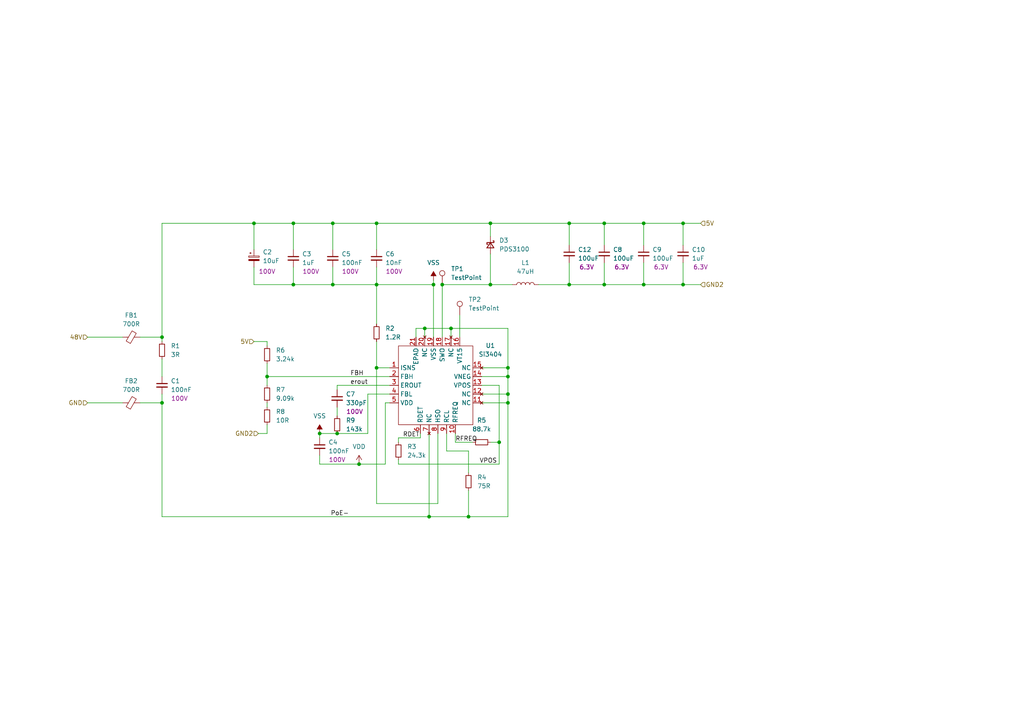
<source format=kicad_sch>
(kicad_sch (version 20211123) (generator eeschema)

  (uuid 7054d370-b592-4b76-9916-601c7db6771a)

  (paper "A4")

  (lib_symbols
    (symbol "Connector:TestPoint" (pin_numbers hide) (pin_names (offset 0.762) hide) (in_bom yes) (on_board yes)
      (property "Reference" "TP" (id 0) (at 0 6.858 0)
        (effects (font (size 1.27 1.27)))
      )
      (property "Value" "TestPoint" (id 1) (at 0 5.08 0)
        (effects (font (size 1.27 1.27)))
      )
      (property "Footprint" "" (id 2) (at 5.08 0 0)
        (effects (font (size 1.27 1.27)) hide)
      )
      (property "Datasheet" "~" (id 3) (at 5.08 0 0)
        (effects (font (size 1.27 1.27)) hide)
      )
      (property "ki_keywords" "test point tp" (id 4) (at 0 0 0)
        (effects (font (size 1.27 1.27)) hide)
      )
      (property "ki_description" "test point" (id 5) (at 0 0 0)
        (effects (font (size 1.27 1.27)) hide)
      )
      (property "ki_fp_filters" "Pin* Test*" (id 6) (at 0 0 0)
        (effects (font (size 1.27 1.27)) hide)
      )
      (symbol "TestPoint_0_1"
        (circle (center 0 3.302) (radius 0.762)
          (stroke (width 0) (type default) (color 0 0 0 0))
          (fill (type none))
        )
      )
      (symbol "TestPoint_1_1"
        (pin passive line (at 0 0 90) (length 2.54)
          (name "1" (effects (font (size 1.27 1.27))))
          (number "1" (effects (font (size 1.27 1.27))))
        )
      )
    )
    (symbol "Device:C_Polarized_Small" (pin_numbers hide) (pin_names (offset 0.254) hide) (in_bom yes) (on_board yes)
      (property "Reference" "C" (id 0) (at 0.254 1.778 0)
        (effects (font (size 1.27 1.27)) (justify left))
      )
      (property "Value" "C_Polarized_Small" (id 1) (at 0.254 -2.032 0)
        (effects (font (size 1.27 1.27)) (justify left))
      )
      (property "Footprint" "" (id 2) (at 0 0 0)
        (effects (font (size 1.27 1.27)) hide)
      )
      (property "Datasheet" "~" (id 3) (at 0 0 0)
        (effects (font (size 1.27 1.27)) hide)
      )
      (property "ki_keywords" "cap capacitor" (id 4) (at 0 0 0)
        (effects (font (size 1.27 1.27)) hide)
      )
      (property "ki_description" "Polarized capacitor, small symbol" (id 5) (at 0 0 0)
        (effects (font (size 1.27 1.27)) hide)
      )
      (property "ki_fp_filters" "CP_*" (id 6) (at 0 0 0)
        (effects (font (size 1.27 1.27)) hide)
      )
      (symbol "C_Polarized_Small_0_1"
        (rectangle (start -1.524 -0.3048) (end 1.524 -0.6858)
          (stroke (width 0) (type default) (color 0 0 0 0))
          (fill (type outline))
        )
        (rectangle (start -1.524 0.6858) (end 1.524 0.3048)
          (stroke (width 0) (type default) (color 0 0 0 0))
          (fill (type none))
        )
        (polyline
          (pts
            (xy -1.27 1.524)
            (xy -0.762 1.524)
          )
          (stroke (width 0) (type default) (color 0 0 0 0))
          (fill (type none))
        )
        (polyline
          (pts
            (xy -1.016 1.27)
            (xy -1.016 1.778)
          )
          (stroke (width 0) (type default) (color 0 0 0 0))
          (fill (type none))
        )
      )
      (symbol "C_Polarized_Small_1_1"
        (pin passive line (at 0 2.54 270) (length 1.8542)
          (name "~" (effects (font (size 1.27 1.27))))
          (number "1" (effects (font (size 1.27 1.27))))
        )
        (pin passive line (at 0 -2.54 90) (length 1.8542)
          (name "~" (effects (font (size 1.27 1.27))))
          (number "2" (effects (font (size 1.27 1.27))))
        )
      )
    )
    (symbol "Device:C_Small" (pin_numbers hide) (pin_names (offset 0.254) hide) (in_bom yes) (on_board yes)
      (property "Reference" "C" (id 0) (at 0.254 1.778 0)
        (effects (font (size 1.27 1.27)) (justify left))
      )
      (property "Value" "C_Small" (id 1) (at 0.254 -2.032 0)
        (effects (font (size 1.27 1.27)) (justify left))
      )
      (property "Footprint" "" (id 2) (at 0 0 0)
        (effects (font (size 1.27 1.27)) hide)
      )
      (property "Datasheet" "~" (id 3) (at 0 0 0)
        (effects (font (size 1.27 1.27)) hide)
      )
      (property "ki_keywords" "capacitor cap" (id 4) (at 0 0 0)
        (effects (font (size 1.27 1.27)) hide)
      )
      (property "ki_description" "Unpolarized capacitor, small symbol" (id 5) (at 0 0 0)
        (effects (font (size 1.27 1.27)) hide)
      )
      (property "ki_fp_filters" "C_*" (id 6) (at 0 0 0)
        (effects (font (size 1.27 1.27)) hide)
      )
      (symbol "C_Small_0_1"
        (polyline
          (pts
            (xy -1.524 -0.508)
            (xy 1.524 -0.508)
          )
          (stroke (width 0.3302) (type default) (color 0 0 0 0))
          (fill (type none))
        )
        (polyline
          (pts
            (xy -1.524 0.508)
            (xy 1.524 0.508)
          )
          (stroke (width 0.3048) (type default) (color 0 0 0 0))
          (fill (type none))
        )
      )
      (symbol "C_Small_1_1"
        (pin passive line (at 0 2.54 270) (length 2.032)
          (name "~" (effects (font (size 1.27 1.27))))
          (number "1" (effects (font (size 1.27 1.27))))
        )
        (pin passive line (at 0 -2.54 90) (length 2.032)
          (name "~" (effects (font (size 1.27 1.27))))
          (number "2" (effects (font (size 1.27 1.27))))
        )
      )
    )
    (symbol "Device:D_Schottky_Small" (pin_numbers hide) (pin_names (offset 0.254) hide) (in_bom yes) (on_board yes)
      (property "Reference" "D" (id 0) (at -1.27 2.032 0)
        (effects (font (size 1.27 1.27)) (justify left))
      )
      (property "Value" "D_Schottky_Small" (id 1) (at -7.112 -2.032 0)
        (effects (font (size 1.27 1.27)) (justify left))
      )
      (property "Footprint" "" (id 2) (at 0 0 90)
        (effects (font (size 1.27 1.27)) hide)
      )
      (property "Datasheet" "~" (id 3) (at 0 0 90)
        (effects (font (size 1.27 1.27)) hide)
      )
      (property "ki_keywords" "diode Schottky" (id 4) (at 0 0 0)
        (effects (font (size 1.27 1.27)) hide)
      )
      (property "ki_description" "Schottky diode, small symbol" (id 5) (at 0 0 0)
        (effects (font (size 1.27 1.27)) hide)
      )
      (property "ki_fp_filters" "TO-???* *_Diode_* *SingleDiode* D_*" (id 6) (at 0 0 0)
        (effects (font (size 1.27 1.27)) hide)
      )
      (symbol "D_Schottky_Small_0_1"
        (polyline
          (pts
            (xy -0.762 0)
            (xy 0.762 0)
          )
          (stroke (width 0) (type default) (color 0 0 0 0))
          (fill (type none))
        )
        (polyline
          (pts
            (xy 0.762 -1.016)
            (xy -0.762 0)
            (xy 0.762 1.016)
            (xy 0.762 -1.016)
          )
          (stroke (width 0.254) (type default) (color 0 0 0 0))
          (fill (type none))
        )
        (polyline
          (pts
            (xy -1.27 0.762)
            (xy -1.27 1.016)
            (xy -0.762 1.016)
            (xy -0.762 -1.016)
            (xy -0.254 -1.016)
            (xy -0.254 -0.762)
          )
          (stroke (width 0.254) (type default) (color 0 0 0 0))
          (fill (type none))
        )
      )
      (symbol "D_Schottky_Small_1_1"
        (pin passive line (at -2.54 0 0) (length 1.778)
          (name "K" (effects (font (size 1.27 1.27))))
          (number "1" (effects (font (size 1.27 1.27))))
        )
        (pin passive line (at 2.54 0 180) (length 1.778)
          (name "A" (effects (font (size 1.27 1.27))))
          (number "2" (effects (font (size 1.27 1.27))))
        )
      )
    )
    (symbol "Device:FerriteBead_Small" (pin_numbers hide) (pin_names (offset 0)) (in_bom yes) (on_board yes)
      (property "Reference" "FB" (id 0) (at 1.905 1.27 0)
        (effects (font (size 1.27 1.27)) (justify left))
      )
      (property "Value" "FerriteBead_Small" (id 1) (at 1.905 -1.27 0)
        (effects (font (size 1.27 1.27)) (justify left))
      )
      (property "Footprint" "" (id 2) (at -1.778 0 90)
        (effects (font (size 1.27 1.27)) hide)
      )
      (property "Datasheet" "~" (id 3) (at 0 0 0)
        (effects (font (size 1.27 1.27)) hide)
      )
      (property "ki_keywords" "L ferrite bead inductor filter" (id 4) (at 0 0 0)
        (effects (font (size 1.27 1.27)) hide)
      )
      (property "ki_description" "Ferrite bead, small symbol" (id 5) (at 0 0 0)
        (effects (font (size 1.27 1.27)) hide)
      )
      (property "ki_fp_filters" "Inductor_* L_* *Ferrite*" (id 6) (at 0 0 0)
        (effects (font (size 1.27 1.27)) hide)
      )
      (symbol "FerriteBead_Small_0_1"
        (polyline
          (pts
            (xy 0 -1.27)
            (xy 0 -0.7874)
          )
          (stroke (width 0) (type default) (color 0 0 0 0))
          (fill (type none))
        )
        (polyline
          (pts
            (xy 0 0.889)
            (xy 0 1.2954)
          )
          (stroke (width 0) (type default) (color 0 0 0 0))
          (fill (type none))
        )
        (polyline
          (pts
            (xy -1.8288 0.2794)
            (xy -1.1176 1.4986)
            (xy 1.8288 -0.2032)
            (xy 1.1176 -1.4224)
            (xy -1.8288 0.2794)
          )
          (stroke (width 0) (type default) (color 0 0 0 0))
          (fill (type none))
        )
      )
      (symbol "FerriteBead_Small_1_1"
        (pin passive line (at 0 2.54 270) (length 1.27)
          (name "~" (effects (font (size 1.27 1.27))))
          (number "1" (effects (font (size 1.27 1.27))))
        )
        (pin passive line (at 0 -2.54 90) (length 1.27)
          (name "~" (effects (font (size 1.27 1.27))))
          (number "2" (effects (font (size 1.27 1.27))))
        )
      )
    )
    (symbol "Device:L" (pin_numbers hide) (pin_names (offset 1.016) hide) (in_bom yes) (on_board yes)
      (property "Reference" "L" (id 0) (at -1.27 0 90)
        (effects (font (size 1.27 1.27)))
      )
      (property "Value" "L" (id 1) (at 1.905 0 90)
        (effects (font (size 1.27 1.27)))
      )
      (property "Footprint" "" (id 2) (at 0 0 0)
        (effects (font (size 1.27 1.27)) hide)
      )
      (property "Datasheet" "~" (id 3) (at 0 0 0)
        (effects (font (size 1.27 1.27)) hide)
      )
      (property "ki_keywords" "inductor choke coil reactor magnetic" (id 4) (at 0 0 0)
        (effects (font (size 1.27 1.27)) hide)
      )
      (property "ki_description" "Inductor" (id 5) (at 0 0 0)
        (effects (font (size 1.27 1.27)) hide)
      )
      (property "ki_fp_filters" "Choke_* *Coil* Inductor_* L_*" (id 6) (at 0 0 0)
        (effects (font (size 1.27 1.27)) hide)
      )
      (symbol "L_0_1"
        (arc (start 0 -2.54) (mid 0.635 -1.905) (end 0 -1.27)
          (stroke (width 0) (type default) (color 0 0 0 0))
          (fill (type none))
        )
        (arc (start 0 -1.27) (mid 0.635 -0.635) (end 0 0)
          (stroke (width 0) (type default) (color 0 0 0 0))
          (fill (type none))
        )
        (arc (start 0 0) (mid 0.635 0.635) (end 0 1.27)
          (stroke (width 0) (type default) (color 0 0 0 0))
          (fill (type none))
        )
        (arc (start 0 1.27) (mid 0.635 1.905) (end 0 2.54)
          (stroke (width 0) (type default) (color 0 0 0 0))
          (fill (type none))
        )
      )
      (symbol "L_1_1"
        (pin passive line (at 0 3.81 270) (length 1.27)
          (name "1" (effects (font (size 1.27 1.27))))
          (number "1" (effects (font (size 1.27 1.27))))
        )
        (pin passive line (at 0 -3.81 90) (length 1.27)
          (name "2" (effects (font (size 1.27 1.27))))
          (number "2" (effects (font (size 1.27 1.27))))
        )
      )
    )
    (symbol "Device:R_Small" (pin_numbers hide) (pin_names (offset 0.254) hide) (in_bom yes) (on_board yes)
      (property "Reference" "R" (id 0) (at 0.762 0.508 0)
        (effects (font (size 1.27 1.27)) (justify left))
      )
      (property "Value" "R_Small" (id 1) (at 0.762 -1.016 0)
        (effects (font (size 1.27 1.27)) (justify left))
      )
      (property "Footprint" "" (id 2) (at 0 0 0)
        (effects (font (size 1.27 1.27)) hide)
      )
      (property "Datasheet" "~" (id 3) (at 0 0 0)
        (effects (font (size 1.27 1.27)) hide)
      )
      (property "ki_keywords" "R resistor" (id 4) (at 0 0 0)
        (effects (font (size 1.27 1.27)) hide)
      )
      (property "ki_description" "Resistor, small symbol" (id 5) (at 0 0 0)
        (effects (font (size 1.27 1.27)) hide)
      )
      (property "ki_fp_filters" "R_*" (id 6) (at 0 0 0)
        (effects (font (size 1.27 1.27)) hide)
      )
      (symbol "R_Small_0_1"
        (rectangle (start -0.762 1.778) (end 0.762 -1.778)
          (stroke (width 0.2032) (type default) (color 0 0 0 0))
          (fill (type none))
        )
      )
      (symbol "R_Small_1_1"
        (pin passive line (at 0 2.54 270) (length 0.762)
          (name "~" (effects (font (size 1.27 1.27))))
          (number "1" (effects (font (size 1.27 1.27))))
        )
        (pin passive line (at 0 -2.54 90) (length 0.762)
          (name "~" (effects (font (size 1.27 1.27))))
          (number "2" (effects (font (size 1.27 1.27))))
        )
      )
    )
    (symbol "b077:Si3404" (in_bom yes) (on_board yes)
      (property "Reference" "U" (id 0) (at 19.05 -12.7 0)
        (effects (font (size 1.27 1.27)))
      )
      (property "Value" "Si3404" (id 1) (at 21.59 -15.24 0)
        (effects (font (size 1.27 1.27)))
      )
      (property "Footprint" "" (id 2) (at 7.62 10.16 90)
        (effects (font (size 1.27 1.27)) hide)
      )
      (property "Datasheet" "" (id 3) (at 7.62 10.16 90)
        (effects (font (size 1.27 1.27)) hide)
      )
      (symbol "Si3404_0_1"
        (rectangle (start -10.16 12.7) (end 11.43 -10.16)
          (stroke (width 0) (type default) (color 0 0 0 0))
          (fill (type none))
        )
      )
      (symbol "Si3404_1_1"
        (pin passive line (at -12.7 6.35 0) (length 2.54)
          (name "ISNS" (effects (font (size 1.27 1.27))))
          (number "1" (effects (font (size 1.27 1.27))))
        )
        (pin passive line (at 6.35 -12.7 90) (length 2.54)
          (name "RFREQ" (effects (font (size 1.27 1.27))))
          (number "10" (effects (font (size 1.27 1.27))))
        )
        (pin no_connect line (at 13.97 -3.81 180) (length 2.54)
          (name "NC" (effects (font (size 1.27 1.27))))
          (number "11" (effects (font (size 1.27 1.27))))
        )
        (pin no_connect line (at 13.97 -1.27 180) (length 2.54)
          (name "NC" (effects (font (size 1.27 1.27))))
          (number "12" (effects (font (size 1.27 1.27))))
        )
        (pin passive line (at 13.97 1.27 180) (length 2.54)
          (name "VPOS" (effects (font (size 1.27 1.27))))
          (number "13" (effects (font (size 1.27 1.27))))
        )
        (pin passive line (at 13.97 3.81 180) (length 2.54)
          (name "VNEG" (effects (font (size 1.27 1.27))))
          (number "14" (effects (font (size 1.27 1.27))))
        )
        (pin no_connect line (at 13.97 6.35 180) (length 2.54)
          (name "NC" (effects (font (size 1.27 1.27))))
          (number "15" (effects (font (size 1.27 1.27))))
        )
        (pin passive line (at 7.62 15.24 270) (length 2.54)
          (name "VT15" (effects (font (size 1.27 1.27))))
          (number "16" (effects (font (size 1.27 1.27))))
        )
        (pin no_connect line (at 5.08 15.24 270) (length 2.54)
          (name "NC" (effects (font (size 1.27 1.27))))
          (number "17" (effects (font (size 1.27 1.27))))
        )
        (pin passive line (at 2.54 15.24 270) (length 2.54)
          (name "SWO" (effects (font (size 1.27 1.27))))
          (number "18" (effects (font (size 1.27 1.27))))
        )
        (pin power_in line (at 0 15.24 270) (length 2.54)
          (name "VSS" (effects (font (size 1.27 1.27))))
          (number "19" (effects (font (size 1.27 1.27))))
        )
        (pin passive line (at -12.7 3.81 0) (length 2.54)
          (name "FBH" (effects (font (size 1.27 1.27))))
          (number "2" (effects (font (size 1.27 1.27))))
        )
        (pin no_connect line (at -2.54 15.24 270) (length 2.54)
          (name "NC" (effects (font (size 1.27 1.27))))
          (number "20" (effects (font (size 1.27 1.27))))
        )
        (pin passive line (at -5.08 15.24 270) (length 2.54)
          (name "EPAD" (effects (font (size 1.27 1.27))))
          (number "21" (effects (font (size 1.27 1.27))))
        )
        (pin passive line (at -12.7 1.27 0) (length 2.54)
          (name "EROUT" (effects (font (size 1.27 1.27))))
          (number "3" (effects (font (size 1.27 1.27))))
        )
        (pin passive line (at -12.7 -1.27 0) (length 2.54)
          (name "FBL" (effects (font (size 1.27 1.27))))
          (number "4" (effects (font (size 1.27 1.27))))
        )
        (pin power_in line (at -12.7 -3.81 0) (length 2.54)
          (name "VDD" (effects (font (size 1.27 1.27))))
          (number "5" (effects (font (size 1.27 1.27))))
        )
        (pin passive line (at -3.81 -12.7 90) (length 2.54)
          (name "RDET" (effects (font (size 1.27 1.27))))
          (number "6" (effects (font (size 1.27 1.27))))
        )
        (pin no_connect line (at -1.27 -12.7 90) (length 2.54)
          (name "NC" (effects (font (size 1.27 1.27))))
          (number "7" (effects (font (size 1.27 1.27))))
        )
        (pin passive line (at 1.27 -12.7 90) (length 2.54)
          (name "HSO" (effects (font (size 1.27 1.27))))
          (number "8" (effects (font (size 1.27 1.27))))
        )
        (pin passive line (at 3.81 -12.7 90) (length 2.54)
          (name "RCL" (effects (font (size 1.27 1.27))))
          (number "9" (effects (font (size 1.27 1.27))))
        )
      )
    )
    (symbol "power:VDD" (power) (pin_names (offset 0)) (in_bom yes) (on_board yes)
      (property "Reference" "#PWR" (id 0) (at 0 -3.81 0)
        (effects (font (size 1.27 1.27)) hide)
      )
      (property "Value" "VDD" (id 1) (at 0 3.81 0)
        (effects (font (size 1.27 1.27)))
      )
      (property "Footprint" "" (id 2) (at 0 0 0)
        (effects (font (size 1.27 1.27)) hide)
      )
      (property "Datasheet" "" (id 3) (at 0 0 0)
        (effects (font (size 1.27 1.27)) hide)
      )
      (property "ki_keywords" "power-flag" (id 4) (at 0 0 0)
        (effects (font (size 1.27 1.27)) hide)
      )
      (property "ki_description" "Power symbol creates a global label with name \"VDD\"" (id 5) (at 0 0 0)
        (effects (font (size 1.27 1.27)) hide)
      )
      (symbol "VDD_0_1"
        (polyline
          (pts
            (xy -0.762 1.27)
            (xy 0 2.54)
          )
          (stroke (width 0) (type default) (color 0 0 0 0))
          (fill (type none))
        )
        (polyline
          (pts
            (xy 0 0)
            (xy 0 2.54)
          )
          (stroke (width 0) (type default) (color 0 0 0 0))
          (fill (type none))
        )
        (polyline
          (pts
            (xy 0 2.54)
            (xy 0.762 1.27)
          )
          (stroke (width 0) (type default) (color 0 0 0 0))
          (fill (type none))
        )
      )
      (symbol "VDD_1_1"
        (pin power_in line (at 0 0 90) (length 0) hide
          (name "VDD" (effects (font (size 1.27 1.27))))
          (number "1" (effects (font (size 1.27 1.27))))
        )
      )
    )
    (symbol "power:VSS" (power) (pin_names (offset 0)) (in_bom yes) (on_board yes)
      (property "Reference" "#PWR" (id 0) (at 0 -3.81 0)
        (effects (font (size 1.27 1.27)) hide)
      )
      (property "Value" "VSS" (id 1) (at 0 3.81 0)
        (effects (font (size 1.27 1.27)))
      )
      (property "Footprint" "" (id 2) (at 0 0 0)
        (effects (font (size 1.27 1.27)) hide)
      )
      (property "Datasheet" "" (id 3) (at 0 0 0)
        (effects (font (size 1.27 1.27)) hide)
      )
      (property "ki_keywords" "power-flag" (id 4) (at 0 0 0)
        (effects (font (size 1.27 1.27)) hide)
      )
      (property "ki_description" "Power symbol creates a global label with name \"VSS\"" (id 5) (at 0 0 0)
        (effects (font (size 1.27 1.27)) hide)
      )
      (symbol "VSS_0_1"
        (polyline
          (pts
            (xy 0 0)
            (xy 0 2.54)
          )
          (stroke (width 0) (type default) (color 0 0 0 0))
          (fill (type none))
        )
        (polyline
          (pts
            (xy 0.762 1.27)
            (xy -0.762 1.27)
            (xy 0 2.54)
            (xy 0.762 1.27)
          )
          (stroke (width 0) (type default) (color 0 0 0 0))
          (fill (type outline))
        )
      )
      (symbol "VSS_1_1"
        (pin power_in line (at 0 0 90) (length 0) hide
          (name "VSS" (effects (font (size 1.27 1.27))))
          (number "1" (effects (font (size 1.27 1.27))))
        )
      )
    )
  )

  (junction (at 96.52 64.77) (diameter 0) (color 0 0 0 0)
    (uuid 15a4ff0a-c1ec-4283-9dc9-b4d50d3620f4)
  )
  (junction (at 142.24 64.77) (diameter 0) (color 0 0 0 0)
    (uuid 1684cd3d-f334-402e-8ebe-f7d781d22eaf)
  )
  (junction (at 109.22 64.77) (diameter 0) (color 0 0 0 0)
    (uuid 1f1a6464-19f6-4d84-8e4a-add35b23644f)
  )
  (junction (at 147.32 109.22) (diameter 0) (color 0 0 0 0)
    (uuid 2275993d-0ce3-4e8c-bc87-a70819fec092)
  )
  (junction (at 147.32 106.68) (diameter 0) (color 0 0 0 0)
    (uuid 26d323f0-529c-4fb4-adc2-c616e4f8b699)
  )
  (junction (at 175.26 82.55) (diameter 0) (color 0 0 0 0)
    (uuid 29c22f8c-7d92-47de-8122-4eb5b70486da)
  )
  (junction (at 77.47 109.22) (diameter 0) (color 0 0 0 0)
    (uuid 3fa6370a-076b-4d3b-a728-f17c96a25856)
  )
  (junction (at 123.19 95.25) (diameter 0) (color 0 0 0 0)
    (uuid 44b444ad-ee47-47e2-bde7-a03a5c60cd2c)
  )
  (junction (at 142.24 82.55) (diameter 0) (color 0 0 0 0)
    (uuid 518598af-cd06-4c75-aae4-d569722ff337)
  )
  (junction (at 46.99 97.79) (diameter 0) (color 0 0 0 0)
    (uuid 5ed4901d-4cd8-47ef-b33a-b09e2680113d)
  )
  (junction (at 124.46 149.86) (diameter 0) (color 0 0 0 0)
    (uuid 6e7307df-6f87-48a8-b263-ddce98918262)
  )
  (junction (at 144.78 128.27) (diameter 0) (color 0 0 0 0)
    (uuid 722db044-870d-46dd-8fe7-87ca15bae31e)
  )
  (junction (at 135.89 149.86) (diameter 0) (color 0 0 0 0)
    (uuid 7bcd1657-13cb-4cad-bf12-8033372b8a4b)
  )
  (junction (at 85.09 82.55) (diameter 0) (color 0 0 0 0)
    (uuid 7f6b0b88-0237-4b03-951d-410196f1d628)
  )
  (junction (at 175.26 64.77) (diameter 0) (color 0 0 0 0)
    (uuid 84174664-4c8d-4519-84ef-9654a76a7e2b)
  )
  (junction (at 104.14 134.62) (diameter 0) (color 0 0 0 0)
    (uuid 86b337a5-66c1-4439-93c5-7e2c8be9605f)
  )
  (junction (at 96.52 82.55) (diameter 0) (color 0 0 0 0)
    (uuid 88490e7b-9503-4f1a-88fd-3bb2e4f73a37)
  )
  (junction (at 186.69 64.77) (diameter 0) (color 0 0 0 0)
    (uuid 8be9ba90-0a97-4470-8244-6d5ec9fe2cee)
  )
  (junction (at 186.69 82.55) (diameter 0) (color 0 0 0 0)
    (uuid 9a3bea54-7d9e-48c7-8bef-01705d3bcd5e)
  )
  (junction (at 85.09 64.77) (diameter 0) (color 0 0 0 0)
    (uuid 9ab4e843-8fd8-47c8-85bc-273b395c53bc)
  )
  (junction (at 73.66 64.77) (diameter 0) (color 0 0 0 0)
    (uuid 9c04c398-6c75-42dc-aca6-f3d1802bb48e)
  )
  (junction (at 198.12 82.55) (diameter 0) (color 0 0 0 0)
    (uuid 9e05c9a7-33f9-4d19-83c1-5aa9a470d178)
  )
  (junction (at 125.73 82.55) (diameter 0) (color 0 0 0 0)
    (uuid a06b970a-0980-4da8-b73e-eb11a4d2fa47)
  )
  (junction (at 109.22 82.55) (diameter 0) (color 0 0 0 0)
    (uuid a143c1e4-729a-4551-a103-aee8ded16ec7)
  )
  (junction (at 198.12 64.77) (diameter 0) (color 0 0 0 0)
    (uuid affe9f0b-0c1a-458e-9d98-b6bba2b26cfb)
  )
  (junction (at 97.79 125.73) (diameter 0) (color 0 0 0 0)
    (uuid ba531765-525a-440f-99fd-1cd985ce4e02)
  )
  (junction (at 128.27 82.55) (diameter 0) (color 0 0 0 0)
    (uuid bd6593ba-224e-4264-87bf-56212bf05f5d)
  )
  (junction (at 130.81 95.25) (diameter 0) (color 0 0 0 0)
    (uuid c3fce197-8027-486e-8059-0c5c437a319c)
  )
  (junction (at 46.99 116.84) (diameter 0) (color 0 0 0 0)
    (uuid c715a8b5-5dd0-4d26-8316-a293d6ba2793)
  )
  (junction (at 147.32 116.84) (diameter 0) (color 0 0 0 0)
    (uuid de8a3f58-233d-4928-bb50-56c8e867fd2a)
  )
  (junction (at 165.1 64.77) (diameter 0) (color 0 0 0 0)
    (uuid e752bd9d-45b6-406b-b065-2edbe303f788)
  )
  (junction (at 147.32 114.3) (diameter 0) (color 0 0 0 0)
    (uuid ee9b7666-cde5-4808-bdc7-a5aa8d6513ae)
  )
  (junction (at 165.1 82.55) (diameter 0) (color 0 0 0 0)
    (uuid f4ebe3d3-d2f8-4278-9fe5-abbd9eaaef37)
  )
  (junction (at 92.71 125.73) (diameter 0) (color 0 0 0 0)
    (uuid f79355d6-ac01-455f-9653-7343bfee6e40)
  )
  (junction (at 109.22 106.68) (diameter 0) (color 0 0 0 0)
    (uuid ff893956-3ccb-4416-a65d-5811ae494705)
  )

  (wire (pts (xy 147.32 95.25) (xy 130.81 95.25))
    (stroke (width 0) (type default) (color 0 0 0 0))
    (uuid 00d8e8d8-ef75-408a-8d02-171e56070936)
  )
  (wire (pts (xy 106.68 114.3) (xy 113.03 114.3))
    (stroke (width 0) (type default) (color 0 0 0 0))
    (uuid 00f716cc-6bc4-4812-9e51-6de6d1d56706)
  )
  (wire (pts (xy 175.26 64.77) (xy 186.69 64.77))
    (stroke (width 0) (type default) (color 0 0 0 0))
    (uuid 0174b2b7-c092-4db4-9f11-d2ee54c7735b)
  )
  (wire (pts (xy 73.66 72.39) (xy 73.66 64.77))
    (stroke (width 0) (type default) (color 0 0 0 0))
    (uuid 019bb0b8-9dc1-4859-bddf-d3a0c14b7db0)
  )
  (wire (pts (xy 46.99 97.79) (xy 46.99 99.06))
    (stroke (width 0) (type default) (color 0 0 0 0))
    (uuid 0f114bc2-e472-41c4-a106-67915cf8e1d3)
  )
  (wire (pts (xy 109.22 64.77) (xy 142.24 64.77))
    (stroke (width 0) (type default) (color 0 0 0 0))
    (uuid 118146db-cc8e-4694-82af-176ef546ca29)
  )
  (wire (pts (xy 123.19 95.25) (xy 123.19 97.79))
    (stroke (width 0) (type default) (color 0 0 0 0))
    (uuid 11f85b52-ca92-45d1-a0e0-ab190584f133)
  )
  (wire (pts (xy 129.54 130.81) (xy 135.89 130.81))
    (stroke (width 0) (type default) (color 0 0 0 0))
    (uuid 14cc0391-6628-4440-90c7-65954b1214c2)
  )
  (wire (pts (xy 109.22 106.68) (xy 113.03 106.68))
    (stroke (width 0) (type default) (color 0 0 0 0))
    (uuid 17fbedce-2933-4569-aa2f-3f39f826052e)
  )
  (wire (pts (xy 144.78 128.27) (xy 144.78 111.76))
    (stroke (width 0) (type default) (color 0 0 0 0))
    (uuid 184c45c2-b2bd-47cf-b94a-ae3d26c9d596)
  )
  (wire (pts (xy 46.99 149.86) (xy 124.46 149.86))
    (stroke (width 0) (type default) (color 0 0 0 0))
    (uuid 1aa822d5-28c1-4759-9ded-988d8c066f5e)
  )
  (wire (pts (xy 77.47 100.33) (xy 77.47 99.06))
    (stroke (width 0) (type default) (color 0 0 0 0))
    (uuid 1d928159-db9b-4dea-acc7-dce5486a9b41)
  )
  (wire (pts (xy 186.69 82.55) (xy 186.69 76.2))
    (stroke (width 0) (type default) (color 0 0 0 0))
    (uuid 1e98d48f-6b68-45dc-9a3f-688540c444f6)
  )
  (wire (pts (xy 111.76 116.84) (xy 111.76 134.62))
    (stroke (width 0) (type default) (color 0 0 0 0))
    (uuid 2147ed10-10d3-4476-ac4b-0f117afbd209)
  )
  (wire (pts (xy 142.24 128.27) (xy 144.78 128.27))
    (stroke (width 0) (type default) (color 0 0 0 0))
    (uuid 21e3189f-4aa5-4109-ad16-90c82efa21f5)
  )
  (wire (pts (xy 132.08 128.27) (xy 137.16 128.27))
    (stroke (width 0) (type default) (color 0 0 0 0))
    (uuid 232bb327-f4f9-4032-ad6d-95d64050e4d3)
  )
  (wire (pts (xy 186.69 64.77) (xy 198.12 64.77))
    (stroke (width 0) (type default) (color 0 0 0 0))
    (uuid 2e6aeaf4-454a-42a0-a0bf-e600919ab157)
  )
  (wire (pts (xy 46.99 64.77) (xy 73.66 64.77))
    (stroke (width 0) (type default) (color 0 0 0 0))
    (uuid 35200e68-ab21-426e-bb57-98aff320e088)
  )
  (wire (pts (xy 156.21 82.55) (xy 165.1 82.55))
    (stroke (width 0) (type default) (color 0 0 0 0))
    (uuid 3dd05e0a-6fe4-4de6-81df-97b26be40fb4)
  )
  (wire (pts (xy 77.47 109.22) (xy 113.03 109.22))
    (stroke (width 0) (type default) (color 0 0 0 0))
    (uuid 3df59056-9b69-43d0-bf6e-d36c0f1aa786)
  )
  (wire (pts (xy 127 146.05) (xy 127 125.73))
    (stroke (width 0) (type default) (color 0 0 0 0))
    (uuid 3f602bbd-a470-411d-811d-0e17e5e5e0b6)
  )
  (wire (pts (xy 139.7 109.22) (xy 147.32 109.22))
    (stroke (width 0) (type default) (color 0 0 0 0))
    (uuid 40a9c8d6-cfbe-4f1f-a605-617860f90477)
  )
  (wire (pts (xy 46.99 116.84) (xy 46.99 149.86))
    (stroke (width 0) (type default) (color 0 0 0 0))
    (uuid 41bcf617-d3e4-4976-8524-a67c43c07b8d)
  )
  (wire (pts (xy 135.89 142.24) (xy 135.89 149.86))
    (stroke (width 0) (type default) (color 0 0 0 0))
    (uuid 41e2119f-5cd6-469d-98b0-7d9c5b47100c)
  )
  (wire (pts (xy 109.22 64.77) (xy 96.52 64.77))
    (stroke (width 0) (type default) (color 0 0 0 0))
    (uuid 422528cf-5b1e-4504-8c79-e1a640f54007)
  )
  (wire (pts (xy 139.7 116.84) (xy 147.32 116.84))
    (stroke (width 0) (type default) (color 0 0 0 0))
    (uuid 43a25a06-f3f6-49a1-a4fb-81300fd1696c)
  )
  (wire (pts (xy 109.22 93.98) (xy 109.22 82.55))
    (stroke (width 0) (type default) (color 0 0 0 0))
    (uuid 43debf19-50f3-4fa6-86ce-a4180132b97a)
  )
  (wire (pts (xy 124.46 149.86) (xy 135.89 149.86))
    (stroke (width 0) (type default) (color 0 0 0 0))
    (uuid 46edb5af-cec9-4812-a20f-cf20a2dcc857)
  )
  (wire (pts (xy 186.69 64.77) (xy 186.69 71.12))
    (stroke (width 0) (type default) (color 0 0 0 0))
    (uuid 4e01de8b-db01-4359-b405-aeb4ee8b60f1)
  )
  (wire (pts (xy 123.19 95.25) (xy 120.65 95.25))
    (stroke (width 0) (type default) (color 0 0 0 0))
    (uuid 500808c8-6b75-4d85-ab73-2b5edb2325ba)
  )
  (wire (pts (xy 109.22 72.39) (xy 109.22 64.77))
    (stroke (width 0) (type default) (color 0 0 0 0))
    (uuid 505f20d6-69e4-41ed-a2ca-c087daeec8ad)
  )
  (wire (pts (xy 46.99 116.84) (xy 46.99 114.3))
    (stroke (width 0) (type default) (color 0 0 0 0))
    (uuid 5a30c2a9-e608-401a-ba82-55d0b8e977ed)
  )
  (wire (pts (xy 97.79 125.73) (xy 106.68 125.73))
    (stroke (width 0) (type default) (color 0 0 0 0))
    (uuid 5e004c4c-af48-4711-be1b-2783e246f058)
  )
  (wire (pts (xy 147.32 106.68) (xy 147.32 95.25))
    (stroke (width 0) (type default) (color 0 0 0 0))
    (uuid 5f4ef103-3ed3-44d2-87f4-e638a4b7c7c4)
  )
  (wire (pts (xy 133.35 91.44) (xy 133.35 97.79))
    (stroke (width 0) (type default) (color 0 0 0 0))
    (uuid 5f694011-637a-478a-9529-2009449e74d9)
  )
  (wire (pts (xy 142.24 82.55) (xy 148.59 82.55))
    (stroke (width 0) (type default) (color 0 0 0 0))
    (uuid 6144546f-1ce1-4ccb-8c07-6401bb9e8efc)
  )
  (wire (pts (xy 96.52 82.55) (xy 109.22 82.55))
    (stroke (width 0) (type default) (color 0 0 0 0))
    (uuid 625fddf6-5b51-45f4-94fa-38401194d209)
  )
  (wire (pts (xy 165.1 64.77) (xy 175.26 64.77))
    (stroke (width 0) (type default) (color 0 0 0 0))
    (uuid 6656d8cb-f609-47e3-93dc-2b8475a6695c)
  )
  (wire (pts (xy 109.22 77.47) (xy 109.22 82.55))
    (stroke (width 0) (type default) (color 0 0 0 0))
    (uuid 66daff3d-d9a1-434d-bc37-ac3149ad4930)
  )
  (wire (pts (xy 142.24 82.55) (xy 142.24 73.66))
    (stroke (width 0) (type default) (color 0 0 0 0))
    (uuid 6ababb45-fe0e-4865-82d8-860c8ac79cb5)
  )
  (wire (pts (xy 130.81 95.25) (xy 130.81 97.79))
    (stroke (width 0) (type default) (color 0 0 0 0))
    (uuid 6d70e1ff-2261-4255-b382-9d4ea975879c)
  )
  (wire (pts (xy 147.32 109.22) (xy 147.32 106.68))
    (stroke (width 0) (type default) (color 0 0 0 0))
    (uuid 709bc23a-5048-4162-bedc-484a807d2ccc)
  )
  (wire (pts (xy 25.4 116.84) (xy 35.56 116.84))
    (stroke (width 0) (type default) (color 0 0 0 0))
    (uuid 71939cb2-56b4-45e9-b06b-7b3868a78199)
  )
  (wire (pts (xy 73.66 82.55) (xy 85.09 82.55))
    (stroke (width 0) (type default) (color 0 0 0 0))
    (uuid 7627ad07-126b-4f32-b824-4d9523bebf30)
  )
  (wire (pts (xy 135.89 130.81) (xy 135.89 137.16))
    (stroke (width 0) (type default) (color 0 0 0 0))
    (uuid 78c35e67-a295-43ec-b8f6-8792a2f29e07)
  )
  (wire (pts (xy 175.26 82.55) (xy 186.69 82.55))
    (stroke (width 0) (type default) (color 0 0 0 0))
    (uuid 78ea93d6-5955-4bc8-822e-e1f7523bc3b1)
  )
  (wire (pts (xy 130.81 95.25) (xy 123.19 95.25))
    (stroke (width 0) (type default) (color 0 0 0 0))
    (uuid 7bddf41d-210f-4846-b56d-53f47943bb6f)
  )
  (wire (pts (xy 124.46 125.73) (xy 124.46 149.86))
    (stroke (width 0) (type default) (color 0 0 0 0))
    (uuid 7d33fa65-373b-44d0-aaf7-d35ad5846658)
  )
  (wire (pts (xy 144.78 134.62) (xy 144.78 128.27))
    (stroke (width 0) (type default) (color 0 0 0 0))
    (uuid 82500f94-2a7d-416e-8b26-89963af9ce3a)
  )
  (wire (pts (xy 96.52 77.47) (xy 96.52 82.55))
    (stroke (width 0) (type default) (color 0 0 0 0))
    (uuid 842b3ee2-bb05-493a-9df0-21be0ca6b29f)
  )
  (wire (pts (xy 109.22 82.55) (xy 125.73 82.55))
    (stroke (width 0) (type default) (color 0 0 0 0))
    (uuid 87611038-8157-4476-9a4c-0813c5dc94ac)
  )
  (wire (pts (xy 198.12 82.55) (xy 203.2 82.55))
    (stroke (width 0) (type default) (color 0 0 0 0))
    (uuid 89df8ca6-8985-458c-9d18-43a47581148c)
  )
  (wire (pts (xy 165.1 82.55) (xy 165.1 76.2))
    (stroke (width 0) (type default) (color 0 0 0 0))
    (uuid 8a120454-a61a-426c-bac3-0b4c6b9f002c)
  )
  (wire (pts (xy 135.89 149.86) (xy 147.32 149.86))
    (stroke (width 0) (type default) (color 0 0 0 0))
    (uuid 8b074083-1e14-4f19-adff-caac185e3525)
  )
  (wire (pts (xy 115.57 133.35) (xy 115.57 134.62))
    (stroke (width 0) (type default) (color 0 0 0 0))
    (uuid 8bb5a64c-9ea0-4d76-8112-2e0e84c39a49)
  )
  (wire (pts (xy 85.09 82.55) (xy 96.52 82.55))
    (stroke (width 0) (type default) (color 0 0 0 0))
    (uuid 8cbfee0f-5019-4d2f-89cb-71b0232a4259)
  )
  (wire (pts (xy 198.12 64.77) (xy 203.2 64.77))
    (stroke (width 0) (type default) (color 0 0 0 0))
    (uuid 92dfc0b3-3e3f-43dd-a51a-e95e83320318)
  )
  (wire (pts (xy 147.32 114.3) (xy 147.32 109.22))
    (stroke (width 0) (type default) (color 0 0 0 0))
    (uuid 938c9460-ad75-468c-9e73-8093e96e0e2e)
  )
  (wire (pts (xy 77.47 125.73) (xy 77.47 123.19))
    (stroke (width 0) (type default) (color 0 0 0 0))
    (uuid 942f8229-4741-47f2-8b30-59fce8c1ed4d)
  )
  (wire (pts (xy 85.09 77.47) (xy 85.09 82.55))
    (stroke (width 0) (type default) (color 0 0 0 0))
    (uuid 98b29c62-db51-4b8d-88f9-6bd453aa52c6)
  )
  (wire (pts (xy 109.22 99.06) (xy 109.22 106.68))
    (stroke (width 0) (type default) (color 0 0 0 0))
    (uuid 98c1cecd-23d2-4a92-9f7b-3840088ac1b4)
  )
  (wire (pts (xy 129.54 125.73) (xy 129.54 130.81))
    (stroke (width 0) (type default) (color 0 0 0 0))
    (uuid 9b9cc8c8-5d43-4470-b808-4fe87b445680)
  )
  (wire (pts (xy 128.27 82.55) (xy 128.27 97.79))
    (stroke (width 0) (type default) (color 0 0 0 0))
    (uuid a38b1dc6-5fe6-447f-8150-5d43241f921b)
  )
  (wire (pts (xy 109.22 106.68) (xy 109.22 146.05))
    (stroke (width 0) (type default) (color 0 0 0 0))
    (uuid a9253c3d-5ceb-45b2-9e1a-3d0a1a6ef4a3)
  )
  (wire (pts (xy 142.24 64.77) (xy 142.24 68.58))
    (stroke (width 0) (type default) (color 0 0 0 0))
    (uuid a9e673d4-66f7-4e01-9f0c-148c2fef6a34)
  )
  (wire (pts (xy 85.09 64.77) (xy 85.09 72.39))
    (stroke (width 0) (type default) (color 0 0 0 0))
    (uuid ac169c25-e80d-4c3a-8735-566e0206daec)
  )
  (wire (pts (xy 96.52 64.77) (xy 85.09 64.77))
    (stroke (width 0) (type default) (color 0 0 0 0))
    (uuid ac83793c-f714-4d53-ae77-f98beb1d5225)
  )
  (wire (pts (xy 120.65 95.25) (xy 120.65 97.79))
    (stroke (width 0) (type default) (color 0 0 0 0))
    (uuid ad4eebfe-b382-4556-8ae0-63a69f259553)
  )
  (wire (pts (xy 92.71 132.08) (xy 92.71 134.62))
    (stroke (width 0) (type default) (color 0 0 0 0))
    (uuid ad8e554c-6b4a-4760-95b4-d27034feb8ff)
  )
  (wire (pts (xy 147.32 106.68) (xy 139.7 106.68))
    (stroke (width 0) (type default) (color 0 0 0 0))
    (uuid b133fa72-86c9-44f4-8a7b-941cb1141709)
  )
  (wire (pts (xy 97.79 118.11) (xy 97.79 120.65))
    (stroke (width 0) (type default) (color 0 0 0 0))
    (uuid b57e71e6-7cea-437d-ac47-57c8c19ae03a)
  )
  (wire (pts (xy 111.76 116.84) (xy 113.03 116.84))
    (stroke (width 0) (type default) (color 0 0 0 0))
    (uuid b5d6fcd7-a31f-46a2-afba-6ea0ad319b18)
  )
  (wire (pts (xy 115.57 128.27) (xy 115.57 127))
    (stroke (width 0) (type default) (color 0 0 0 0))
    (uuid b6ec320e-8b59-4a16-9c0c-4de768fff6f4)
  )
  (wire (pts (xy 139.7 114.3) (xy 147.32 114.3))
    (stroke (width 0) (type default) (color 0 0 0 0))
    (uuid b70758da-a2a8-41dd-b195-ae8c4131fb09)
  )
  (wire (pts (xy 147.32 149.86) (xy 147.32 116.84))
    (stroke (width 0) (type default) (color 0 0 0 0))
    (uuid b984185b-c76a-4e22-bed4-cc4e710f0763)
  )
  (wire (pts (xy 92.71 127) (xy 92.71 125.73))
    (stroke (width 0) (type default) (color 0 0 0 0))
    (uuid ba231b4f-afd8-4b1e-ae66-13e90906f247)
  )
  (wire (pts (xy 40.64 116.84) (xy 46.99 116.84))
    (stroke (width 0) (type default) (color 0 0 0 0))
    (uuid ba71da41-3466-46af-bca6-1b7f1376135d)
  )
  (wire (pts (xy 104.14 134.62) (xy 111.76 134.62))
    (stroke (width 0) (type default) (color 0 0 0 0))
    (uuid bab7a974-9195-4ada-9051-3881510d2a30)
  )
  (wire (pts (xy 25.4 97.79) (xy 35.56 97.79))
    (stroke (width 0) (type default) (color 0 0 0 0))
    (uuid bc7bb627-f0b1-40fa-884d-dc8007b626af)
  )
  (wire (pts (xy 46.99 97.79) (xy 46.99 64.77))
    (stroke (width 0) (type default) (color 0 0 0 0))
    (uuid be774bbc-1939-452d-8395-d52efde47c98)
  )
  (wire (pts (xy 77.47 116.84) (xy 77.47 118.11))
    (stroke (width 0) (type default) (color 0 0 0 0))
    (uuid c656deaf-99e3-4eba-9bae-af5e3eb9a894)
  )
  (wire (pts (xy 198.12 64.77) (xy 198.12 71.12))
    (stroke (width 0) (type default) (color 0 0 0 0))
    (uuid c763def8-e1f9-47db-9cda-a254cc0ab3df)
  )
  (wire (pts (xy 165.1 64.77) (xy 165.1 71.12))
    (stroke (width 0) (type default) (color 0 0 0 0))
    (uuid ca9bb915-47ca-410c-b9ed-acb1df0a2e2d)
  )
  (wire (pts (xy 142.24 64.77) (xy 165.1 64.77))
    (stroke (width 0) (type default) (color 0 0 0 0))
    (uuid cc5b74c2-48b2-4176-ae08-2e40d1ce932a)
  )
  (wire (pts (xy 73.66 77.47) (xy 73.66 82.55))
    (stroke (width 0) (type default) (color 0 0 0 0))
    (uuid cc9ab284-c4da-4e03-b3d9-47db9d03043d)
  )
  (wire (pts (xy 46.99 104.14) (xy 46.99 109.22))
    (stroke (width 0) (type default) (color 0 0 0 0))
    (uuid cdc3cbe5-496f-4f67-9943-aa9a8ad972b0)
  )
  (wire (pts (xy 186.69 82.55) (xy 198.12 82.55))
    (stroke (width 0) (type default) (color 0 0 0 0))
    (uuid cdc7d354-16fc-4482-a35d-8572412cf063)
  )
  (wire (pts (xy 77.47 99.06) (xy 73.66 99.06))
    (stroke (width 0) (type default) (color 0 0 0 0))
    (uuid cecd63f4-0ef5-498b-9787-5f6e4b0e1d64)
  )
  (wire (pts (xy 144.78 111.76) (xy 139.7 111.76))
    (stroke (width 0) (type default) (color 0 0 0 0))
    (uuid d05e1e22-081d-420e-ad9d-e104a27d188f)
  )
  (wire (pts (xy 97.79 113.03) (xy 97.79 111.76))
    (stroke (width 0) (type default) (color 0 0 0 0))
    (uuid d129b27f-be19-4bec-b962-e62d2f6062d5)
  )
  (wire (pts (xy 121.92 127) (xy 121.92 125.73))
    (stroke (width 0) (type default) (color 0 0 0 0))
    (uuid d3d90b33-ae60-45e9-b7ae-ce60845103f2)
  )
  (wire (pts (xy 175.26 82.55) (xy 175.26 76.2))
    (stroke (width 0) (type default) (color 0 0 0 0))
    (uuid d508eea5-eaef-4fbc-840e-49d8a9aeab5b)
  )
  (wire (pts (xy 125.73 81.28) (xy 125.73 82.55))
    (stroke (width 0) (type default) (color 0 0 0 0))
    (uuid d5d08936-5057-40b2-be89-d62995db7399)
  )
  (wire (pts (xy 92.71 134.62) (xy 104.14 134.62))
    (stroke (width 0) (type default) (color 0 0 0 0))
    (uuid d60bbd66-aa82-424f-8a44-349dbb489e08)
  )
  (wire (pts (xy 125.73 82.55) (xy 125.73 97.79))
    (stroke (width 0) (type default) (color 0 0 0 0))
    (uuid d60ee5fc-f7b1-4cec-8058-f76e765dbf66)
  )
  (wire (pts (xy 106.68 125.73) (xy 106.68 114.3))
    (stroke (width 0) (type default) (color 0 0 0 0))
    (uuid d6333232-2c7f-4e84-9be6-410090092344)
  )
  (wire (pts (xy 115.57 127) (xy 121.92 127))
    (stroke (width 0) (type default) (color 0 0 0 0))
    (uuid d67cef12-6ce0-4d20-8df9-1c2d441b3a9b)
  )
  (wire (pts (xy 77.47 105.41) (xy 77.47 109.22))
    (stroke (width 0) (type default) (color 0 0 0 0))
    (uuid da368db6-2277-446b-a1cf-b07e9a2de9e9)
  )
  (wire (pts (xy 128.27 82.55) (xy 142.24 82.55))
    (stroke (width 0) (type default) (color 0 0 0 0))
    (uuid de90e053-997b-4c00-9ded-500b48b5298c)
  )
  (wire (pts (xy 92.71 125.73) (xy 97.79 125.73))
    (stroke (width 0) (type default) (color 0 0 0 0))
    (uuid e0ed172a-df4b-4647-8e50-f40998c306b8)
  )
  (wire (pts (xy 198.12 82.55) (xy 198.12 76.2))
    (stroke (width 0) (type default) (color 0 0 0 0))
    (uuid e2defde1-f5e0-405a-b12e-716dc7c6b7b6)
  )
  (wire (pts (xy 109.22 146.05) (xy 127 146.05))
    (stroke (width 0) (type default) (color 0 0 0 0))
    (uuid e2ed60eb-0c1e-407c-9b97-3402dfce8a9a)
  )
  (wire (pts (xy 97.79 111.76) (xy 113.03 111.76))
    (stroke (width 0) (type default) (color 0 0 0 0))
    (uuid e4501461-136a-449e-89a9-5c407d32e10f)
  )
  (wire (pts (xy 77.47 109.22) (xy 77.47 111.76))
    (stroke (width 0) (type default) (color 0 0 0 0))
    (uuid eb8a119c-29f5-4ed5-8013-fb69adf3394b)
  )
  (wire (pts (xy 74.93 125.73) (xy 77.47 125.73))
    (stroke (width 0) (type default) (color 0 0 0 0))
    (uuid ebbd39fc-97c7-47e2-9d5d-5d08dad6ec57)
  )
  (wire (pts (xy 132.08 125.73) (xy 132.08 128.27))
    (stroke (width 0) (type default) (color 0 0 0 0))
    (uuid ee2da1b1-0582-4bc4-a131-954bd930b214)
  )
  (wire (pts (xy 147.32 116.84) (xy 147.32 114.3))
    (stroke (width 0) (type default) (color 0 0 0 0))
    (uuid eee1e30f-8fbb-4d84-b234-6de74b34734b)
  )
  (wire (pts (xy 165.1 82.55) (xy 175.26 82.55))
    (stroke (width 0) (type default) (color 0 0 0 0))
    (uuid efa26b51-c58e-4fd9-a7dc-57018a84bf81)
  )
  (wire (pts (xy 96.52 64.77) (xy 96.52 72.39))
    (stroke (width 0) (type default) (color 0 0 0 0))
    (uuid f4f074c1-4cb9-4213-8f99-ca086be257a7)
  )
  (wire (pts (xy 115.57 134.62) (xy 144.78 134.62))
    (stroke (width 0) (type default) (color 0 0 0 0))
    (uuid f5f11dc6-862a-44c9-ba0c-a0d68e6ad655)
  )
  (wire (pts (xy 175.26 64.77) (xy 175.26 71.12))
    (stroke (width 0) (type default) (color 0 0 0 0))
    (uuid f7f587de-0e53-445e-9a25-93ed1c9f04d9)
  )
  (wire (pts (xy 73.66 64.77) (xy 85.09 64.77))
    (stroke (width 0) (type default) (color 0 0 0 0))
    (uuid f9634911-26dd-48a1-b5b1-d8860718222c)
  )
  (wire (pts (xy 40.64 97.79) (xy 46.99 97.79))
    (stroke (width 0) (type default) (color 0 0 0 0))
    (uuid fd76ac20-4b6a-4c35-a653-917a959f997a)
  )

  (label "PoE-" (at 95.885 149.86 0)
    (effects (font (size 1.27 1.27)) (justify left bottom))
    (uuid 23e4f73f-144c-428a-ae27-1edb8a687cab)
  )
  (label "RFREQ" (at 132.08 128.27 0)
    (effects (font (size 1.27 1.27)) (justify left bottom))
    (uuid 49b801d2-4553-4947-b2b9-2f6d26acc3fe)
  )
  (label "VPOS" (at 139.065 134.62 0)
    (effects (font (size 1.27 1.27)) (justify left bottom))
    (uuid 9448855a-85a6-4cc4-b17b-d06f4d0b5ea6)
  )
  (label "FBH" (at 101.6 109.22 0)
    (effects (font (size 1.27 1.27)) (justify left bottom))
    (uuid bf8253a2-b076-4103-8404-08d44eab03a2)
  )
  (label "erout" (at 101.6 111.76 0)
    (effects (font (size 1.27 1.27)) (justify left bottom))
    (uuid c42cfc21-803b-44c6-9262-ec1489fe4016)
  )
  (label "RDET" (at 116.84 127 0)
    (effects (font (size 1.27 1.27)) (justify left bottom))
    (uuid d5a5a079-a8b0-47b7-ba8a-aac113a2bbb2)
  )

  (hierarchical_label "GND2" (shape input) (at 74.93 125.73 180)
    (effects (font (size 1.27 1.27)) (justify right))
    (uuid 4f7df87c-67e3-4d53-8635-48c3312e40f1)
  )
  (hierarchical_label "GND2" (shape input) (at 203.2 82.55 0)
    (effects (font (size 1.27 1.27)) (justify left))
    (uuid 55ef92c5-85a3-4908-9063-1a21efd83f2d)
  )
  (hierarchical_label "5V" (shape input) (at 73.66 99.06 180)
    (effects (font (size 1.27 1.27)) (justify right))
    (uuid 6f3a4d6c-a706-4368-b160-c08cbaa82c0f)
  )
  (hierarchical_label "48V" (shape input) (at 25.4 97.79 180)
    (effects (font (size 1.27 1.27)) (justify right))
    (uuid 86174a0c-a5c5-4fe8-938e-6977ec3c9ae0)
  )
  (hierarchical_label "5V" (shape input) (at 203.2 64.77 0)
    (effects (font (size 1.27 1.27)) (justify left))
    (uuid 8ce6e219-be04-4bd8-bbee-59b4e4f2bbc5)
  )
  (hierarchical_label "GND" (shape input) (at 25.4 116.84 180)
    (effects (font (size 1.27 1.27)) (justify right))
    (uuid bc132226-2fe2-4c28-9c67-482abb7babf7)
  )

  (symbol (lib_id "power:VDD") (at 104.14 134.62 0) (unit 1)
    (in_bom yes) (on_board yes) (fields_autoplaced)
    (uuid 082b71dc-2a2f-40db-bc36-a837731d5ab6)
    (property "Reference" "#PWR0104" (id 0) (at 104.14 138.43 0)
      (effects (font (size 1.27 1.27)) hide)
    )
    (property "Value" "VDD" (id 1) (at 104.14 129.54 0))
    (property "Footprint" "" (id 2) (at 104.14 134.62 0)
      (effects (font (size 1.27 1.27)) hide)
    )
    (property "Datasheet" "" (id 3) (at 104.14 134.62 0)
      (effects (font (size 1.27 1.27)) hide)
    )
    (pin "1" (uuid a6e73174-113f-40bd-841e-797065e2b65d))
  )

  (symbol (lib_id "Device:R_Small") (at 77.47 114.3 0) (unit 1)
    (in_bom yes) (on_board yes) (fields_autoplaced)
    (uuid 0988f18f-14f0-4f8a-b122-f91e2cad628e)
    (property "Reference" "R7" (id 0) (at 80.01 113.0299 0)
      (effects (font (size 1.27 1.27)) (justify left))
    )
    (property "Value" "9.09k" (id 1) (at 80.01 115.5699 0)
      (effects (font (size 1.27 1.27)) (justify left))
    )
    (property "Footprint" "Resistor_SMD:R_0603_1608Metric" (id 2) (at 77.47 114.3 0)
      (effects (font (size 1.27 1.27)) hide)
    )
    (property "Datasheet" "~" (id 3) (at 77.47 114.3 0)
      (effects (font (size 1.27 1.27)) hide)
    )
    (pin "1" (uuid bf543135-6703-4f16-9b7d-8864b628e1d1))
    (pin "2" (uuid ffac6444-a987-43a8-a85f-b53d9a032d8e))
  )

  (symbol (lib_id "Device:C_Small") (at 96.52 74.93 0) (unit 1)
    (in_bom yes) (on_board yes)
    (uuid 0fc84f27-4033-431c-a063-85c757ebf86b)
    (property "Reference" "C5" (id 0) (at 99.06 73.6662 0)
      (effects (font (size 1.27 1.27)) (justify left))
    )
    (property "Value" "100nF" (id 1) (at 99.06 76.2062 0)
      (effects (font (size 1.27 1.27)) (justify left))
    )
    (property "Footprint" "Capacitor_SMD:C_1210_3225Metric" (id 2) (at 96.52 74.93 0)
      (effects (font (size 1.27 1.27)) hide)
    )
    (property "Datasheet" "~" (id 3) (at 96.52 74.93 0)
      (effects (font (size 1.27 1.27)) hide)
    )
    (property "Voltage" "100V" (id 4) (at 101.6 78.74 0))
    (pin "1" (uuid 27b0e85c-ba3e-4aef-9697-cb4f99684592))
    (pin "2" (uuid 60d36283-3e55-40bc-9717-b92b5d89af8d))
  )

  (symbol (lib_id "Device:R_Small") (at 135.89 139.7 180) (unit 1)
    (in_bom yes) (on_board yes) (fields_autoplaced)
    (uuid 139ec7b9-35e0-484a-acba-219c0a89d5a9)
    (property "Reference" "R4" (id 0) (at 138.43 138.4299 0)
      (effects (font (size 1.27 1.27)) (justify right))
    )
    (property "Value" "75R" (id 1) (at 138.43 140.9699 0)
      (effects (font (size 1.27 1.27)) (justify right))
    )
    (property "Footprint" "Resistor_SMD:R_0603_1608Metric" (id 2) (at 135.89 139.7 0)
      (effects (font (size 1.27 1.27)) hide)
    )
    (property "Datasheet" "~" (id 3) (at 135.89 139.7 0)
      (effects (font (size 1.27 1.27)) hide)
    )
    (pin "1" (uuid 7a064a76-508e-415a-927d-fa97a879d354))
    (pin "2" (uuid 4cac0ab1-cd2a-41a3-9fe0-c96b09d38370))
  )

  (symbol (lib_id "Device:D_Schottky_Small") (at 142.24 71.12 270) (unit 1)
    (in_bom yes) (on_board yes) (fields_autoplaced)
    (uuid 277aaa48-a622-4a2e-bd10-34674a3cd4f4)
    (property "Reference" "D3" (id 0) (at 144.78 69.7229 90)
      (effects (font (size 1.27 1.27)) (justify left))
    )
    (property "Value" "PDS3100" (id 1) (at 144.78 72.2629 90)
      (effects (font (size 1.27 1.27)) (justify left))
    )
    (property "Footprint" "Diode_SMD:D_PowerDI-5" (id 2) (at 142.24 71.12 90)
      (effects (font (size 1.27 1.27)) hide)
    )
    (property "Datasheet" "~" (id 3) (at 142.24 71.12 90)
      (effects (font (size 1.27 1.27)) hide)
    )
    (property "Voltage" "100V" (id 4) (at 142.24 71.12 90)
      (effects (font (size 1.27 1.27)) hide)
    )
    (property "MPN" "PDS3100-13" (id 5) (at 142.24 71.12 90)
      (effects (font (size 1.27 1.27)) hide)
    )
    (pin "1" (uuid 8da25805-bd07-4952-82c6-e381dd058af9))
    (pin "2" (uuid cc383b2b-9fc7-4031-8329-2434d3c1fd10))
  )

  (symbol (lib_id "Device:FerriteBead_Small") (at 38.1 97.79 90) (unit 1)
    (in_bom yes) (on_board yes)
    (uuid 299b25fb-2aee-4ff0-8264-b760d96656ea)
    (property "Reference" "FB1" (id 0) (at 38.0619 91.44 90))
    (property "Value" "700R" (id 1) (at 38.0619 93.98 90))
    (property "Footprint" "Inductor_SMD:L_0805_2012Metric" (id 2) (at 38.1 99.568 90)
      (effects (font (size 1.27 1.27)) hide)
    )
    (property "Datasheet" "~" (id 3) (at 38.1 97.79 0)
      (effects (font (size 1.27 1.27)) hide)
    )
    (property "MPN" "742792040" (id 4) (at 38.1 97.79 90)
      (effects (font (size 1.27 1.27)) hide)
    )
    (pin "1" (uuid a34fbc2a-3d42-4158-9704-661a201acd79))
    (pin "2" (uuid 340b22a8-cb3c-4b27-920f-e3bd7dc2fcaf))
  )

  (symbol (lib_id "Device:C_Small") (at 198.12 73.66 0) (unit 1)
    (in_bom yes) (on_board yes)
    (uuid 29d9bd16-7421-47b9-bbfa-53ceef956d31)
    (property "Reference" "C10" (id 0) (at 200.66 72.3962 0)
      (effects (font (size 1.27 1.27)) (justify left))
    )
    (property "Value" "1uF" (id 1) (at 200.66 74.9362 0)
      (effects (font (size 1.27 1.27)) (justify left))
    )
    (property "Footprint" "Capacitor_SMD:C_0603_1608Metric" (id 2) (at 198.12 73.66 0)
      (effects (font (size 1.27 1.27)) hide)
    )
    (property "Datasheet" "~" (id 3) (at 198.12 73.66 0)
      (effects (font (size 1.27 1.27)) hide)
    )
    (property "Voltage" "6.3V" (id 4) (at 203.2 77.47 0))
    (pin "1" (uuid 50a512ef-7369-4514-bc43-b80288443c3c))
    (pin "2" (uuid 136e1d7b-6677-46a3-aebe-d6fe99385f16))
  )

  (symbol (lib_id "Device:R_Small") (at 139.7 128.27 90) (unit 1)
    (in_bom yes) (on_board yes) (fields_autoplaced)
    (uuid 3fb4be16-e887-480c-9312-fc11ba370d0d)
    (property "Reference" "R5" (id 0) (at 139.7 121.92 90))
    (property "Value" "88.7k" (id 1) (at 139.7 124.46 90))
    (property "Footprint" "Resistor_SMD:R_0603_1608Metric" (id 2) (at 139.7 128.27 0)
      (effects (font (size 1.27 1.27)) hide)
    )
    (property "Datasheet" "~" (id 3) (at 139.7 128.27 0)
      (effects (font (size 1.27 1.27)) hide)
    )
    (pin "1" (uuid 3f7068f4-8969-472e-831f-35ae2082ff36))
    (pin "2" (uuid bd7c9540-5a94-48cf-b025-89cf08f72f07))
  )

  (symbol (lib_id "Device:R_Small") (at 115.57 130.81 0) (unit 1)
    (in_bom yes) (on_board yes) (fields_autoplaced)
    (uuid 58c6c9bc-afb1-4f47-b8ac-d65742bd3521)
    (property "Reference" "R3" (id 0) (at 118.11 129.5399 0)
      (effects (font (size 1.27 1.27)) (justify left))
    )
    (property "Value" "24.3k" (id 1) (at 118.11 132.0799 0)
      (effects (font (size 1.27 1.27)) (justify left))
    )
    (property "Footprint" "Resistor_SMD:R_0603_1608Metric" (id 2) (at 115.57 130.81 0)
      (effects (font (size 1.27 1.27)) hide)
    )
    (property "Datasheet" "~" (id 3) (at 115.57 130.81 0)
      (effects (font (size 1.27 1.27)) hide)
    )
    (pin "1" (uuid 6f46f270-23d4-46a3-9b74-e698916950f7))
    (pin "2" (uuid 9bce33e5-8255-444c-ac1c-14bfa7a8bf63))
  )

  (symbol (lib_id "b077:Si3404") (at 125.73 113.03 0) (unit 1)
    (in_bom yes) (on_board yes) (fields_autoplaced)
    (uuid 5a6d4c5b-4a21-4c12-8820-8b8a567bb820)
    (property "Reference" "U1" (id 0) (at 142.24 100.2282 0))
    (property "Value" "Si3404" (id 1) (at 142.24 102.7682 0))
    (property "Footprint" "Package_DFN_QFN:QFN-20-1EP_4x4mm_P0.5mm_EP2.5x2.5mm_ThermalVias" (id 2) (at 133.35 102.87 90)
      (effects (font (size 1.27 1.27)) hide)
    )
    (property "Datasheet" "" (id 3) (at 133.35 102.87 90)
      (effects (font (size 1.27 1.27)) hide)
    )
    (property "MPN" "SI3404-A-GM" (id 4) (at 125.73 113.03 0)
      (effects (font (size 1.27 1.27)) hide)
    )
    (pin "1" (uuid b51f5f65-35a2-493f-9a2f-4cea17764cb1))
    (pin "10" (uuid f816f604-954c-4a58-91a7-4e8bf55a9cc9))
    (pin "11" (uuid 3387ff4f-8d0e-48b8-9d7e-b1b004d7d26d))
    (pin "12" (uuid e843736d-92e0-4219-b23a-d9349d0e9b69))
    (pin "13" (uuid ef389fc8-97ac-4ff5-a84f-a57c9235344a))
    (pin "14" (uuid 48849194-1a85-48c4-8941-135ce53122bd))
    (pin "15" (uuid 0c5126ba-f5f9-4f74-a260-000c4c177307))
    (pin "16" (uuid 3fc8e37e-2c2e-4246-afed-e6374d479097))
    (pin "17" (uuid 4f0db7bc-571e-4002-a513-689d359296a5))
    (pin "18" (uuid 9909aa9a-0b42-40ad-a417-fe6ef6da47d1))
    (pin "19" (uuid 73bbbf53-9860-4dae-983b-e5231182c646))
    (pin "2" (uuid 45f4d944-c343-4d66-928d-645c66dc8bdf))
    (pin "20" (uuid 7a87aa90-a022-4ff6-945b-768fd7390e56))
    (pin "21" (uuid bbee37a8-3f87-4571-9a8e-0ea10506a890))
    (pin "3" (uuid 260489f8-b7ce-44f3-ba74-49b387426aa4))
    (pin "4" (uuid bbc0a758-6505-4859-8b06-5872a904da59))
    (pin "5" (uuid 8f5f282c-86b6-45ed-b85a-9c09a0577e96))
    (pin "6" (uuid f42986b2-d91c-4e75-983c-217e8344e87f))
    (pin "7" (uuid 986a098d-ca64-4857-bead-8d741fc6614d))
    (pin "8" (uuid d2b8f1d2-cdab-4884-b787-19c9c49e31f6))
    (pin "9" (uuid 5e8854c4-61ed-400c-93ca-ec2e7b412727))
  )

  (symbol (lib_id "Device:C_Small") (at 186.69 73.66 0) (unit 1)
    (in_bom yes) (on_board yes)
    (uuid 5b346d11-35c4-4749-9433-02d6447521e9)
    (property "Reference" "C9" (id 0) (at 189.23 72.3962 0)
      (effects (font (size 1.27 1.27)) (justify left))
    )
    (property "Value" "100uF" (id 1) (at 189.23 74.9362 0)
      (effects (font (size 1.27 1.27)) (justify left))
    )
    (property "Footprint" "Capacitor_SMD:C_0805_2012Metric" (id 2) (at 186.69 73.66 0)
      (effects (font (size 1.27 1.27)) hide)
    )
    (property "Datasheet" "~" (id 3) (at 186.69 73.66 0)
      (effects (font (size 1.27 1.27)) hide)
    )
    (property "Voltage" "6.3V" (id 4) (at 191.77 77.47 0))
    (pin "1" (uuid 071f39fa-b93e-47b7-b7b4-1497cf59ffff))
    (pin "2" (uuid 22299197-8029-40f5-915f-3094ea3c3317))
  )

  (symbol (lib_id "Device:C_Small") (at 92.71 129.54 0) (unit 1)
    (in_bom yes) (on_board yes)
    (uuid 68455897-e409-4dd1-bbde-232e62e525c5)
    (property "Reference" "C4" (id 0) (at 95.25 128.2762 0)
      (effects (font (size 1.27 1.27)) (justify left))
    )
    (property "Value" "100nF" (id 1) (at 95.25 130.8162 0)
      (effects (font (size 1.27 1.27)) (justify left))
    )
    (property "Footprint" "Capacitor_SMD:C_0603_1608Metric" (id 2) (at 92.71 129.54 0)
      (effects (font (size 1.27 1.27)) hide)
    )
    (property "Datasheet" "~" (id 3) (at 92.71 129.54 0)
      (effects (font (size 1.27 1.27)) hide)
    )
    (property "Voltage" "100V" (id 4) (at 97.79 133.35 0))
    (pin "1" (uuid 84e53ef5-7ea3-4345-8212-3128250bb42d))
    (pin "2" (uuid 51f03c70-5908-4976-ab31-461a2286dda2))
  )

  (symbol (lib_id "power:VSS") (at 92.71 125.73 0) (unit 1)
    (in_bom yes) (on_board yes) (fields_autoplaced)
    (uuid 68d26a76-e032-43aa-bb25-271ad758c36f)
    (property "Reference" "#PWR0103" (id 0) (at 92.71 129.54 0)
      (effects (font (size 1.27 1.27)) hide)
    )
    (property "Value" "VSS" (id 1) (at 92.71 120.65 0))
    (property "Footprint" "" (id 2) (at 92.71 125.73 0)
      (effects (font (size 1.27 1.27)) hide)
    )
    (property "Datasheet" "" (id 3) (at 92.71 125.73 0)
      (effects (font (size 1.27 1.27)) hide)
    )
    (pin "1" (uuid a4a282c6-555d-4ba2-9c95-5461577ff5f5))
  )

  (symbol (lib_id "Device:C_Small") (at 109.22 74.93 0) (unit 1)
    (in_bom yes) (on_board yes)
    (uuid 6c916a3b-0c87-4c80-9122-62e83d332090)
    (property "Reference" "C6" (id 0) (at 111.76 73.6662 0)
      (effects (font (size 1.27 1.27)) (justify left))
    )
    (property "Value" "10nF" (id 1) (at 111.76 76.2062 0)
      (effects (font (size 1.27 1.27)) (justify left))
    )
    (property "Footprint" "Capacitor_SMD:C_1210_3225Metric" (id 2) (at 109.22 74.93 0)
      (effects (font (size 1.27 1.27)) hide)
    )
    (property "Datasheet" "~" (id 3) (at 109.22 74.93 0)
      (effects (font (size 1.27 1.27)) hide)
    )
    (property "Voltage" "100V" (id 4) (at 114.3 78.74 0))
    (pin "1" (uuid 151a483a-5575-4248-ac11-61e1be56a576))
    (pin "2" (uuid 18d3f9db-f5dd-4bae-9f9b-b60e03614f37))
  )

  (symbol (lib_id "Device:L") (at 152.4 82.55 90) (unit 1)
    (in_bom yes) (on_board yes) (fields_autoplaced)
    (uuid 6d63fa02-61e4-45b2-84ff-d4ab74eda02a)
    (property "Reference" "L1" (id 0) (at 152.4 76.2 90))
    (property "Value" "47uH" (id 1) (at 152.4 78.74 90))
    (property "Footprint" "Inductor_SMD:L_10.4x10.4_H4.8" (id 2) (at 152.4 82.55 0)
      (effects (font (size 1.27 1.27)) hide)
    )
    (property "Datasheet" "~" (id 3) (at 152.4 82.55 0)
      (effects (font (size 1.27 1.27)) hide)
    )
    (property "MPN" "MSS1038-473ML" (id 4) (at 152.4 82.55 90)
      (effects (font (size 1.27 1.27)) hide)
    )
    (pin "1" (uuid bfaba1e3-7e86-4997-bebb-b889c534c326))
    (pin "2" (uuid 828b0f7a-4c14-4882-821e-0349d211fa73))
  )

  (symbol (lib_id "Device:R_Small") (at 97.79 123.19 0) (unit 1)
    (in_bom yes) (on_board yes) (fields_autoplaced)
    (uuid 755ec021-528e-4493-99b4-197d8699447f)
    (property "Reference" "R9" (id 0) (at 100.33 121.9199 0)
      (effects (font (size 1.27 1.27)) (justify left))
    )
    (property "Value" "143k" (id 1) (at 100.33 124.4599 0)
      (effects (font (size 1.27 1.27)) (justify left))
    )
    (property "Footprint" "Resistor_SMD:R_0603_1608Metric" (id 2) (at 97.79 123.19 0)
      (effects (font (size 1.27 1.27)) hide)
    )
    (property "Datasheet" "~" (id 3) (at 97.79 123.19 0)
      (effects (font (size 1.27 1.27)) hide)
    )
    (pin "1" (uuid 4bf6affe-aadf-40e2-9239-0b6e863fccc3))
    (pin "2" (uuid cdd300ce-ab97-49d0-8ff2-69844eeb34a7))
  )

  (symbol (lib_id "Device:FerriteBead_Small") (at 38.1 116.84 90) (unit 1)
    (in_bom yes) (on_board yes) (fields_autoplaced)
    (uuid 7907e71e-eb9e-49b9-babd-7b00d08ddc8d)
    (property "Reference" "FB2" (id 0) (at 38.0619 110.49 90))
    (property "Value" "700R" (id 1) (at 38.0619 113.03 90))
    (property "Footprint" "Inductor_SMD:L_0805_2012Metric" (id 2) (at 38.1 118.618 90)
      (effects (font (size 1.27 1.27)) hide)
    )
    (property "Datasheet" "~" (id 3) (at 38.1 116.84 0)
      (effects (font (size 1.27 1.27)) hide)
    )
    (property "MPN" "742792040" (id 4) (at 38.1 116.84 90)
      (effects (font (size 1.27 1.27)) hide)
    )
    (pin "1" (uuid b3843976-0a7a-415d-a778-aabcd042c716))
    (pin "2" (uuid 510b6a9f-8b7f-4b9f-9085-bb701982cae5))
  )

  (symbol (lib_id "Device:R_Small") (at 77.47 120.65 0) (unit 1)
    (in_bom yes) (on_board yes) (fields_autoplaced)
    (uuid 83b300cb-4439-4b58-b2a3-2edd39ea6cc3)
    (property "Reference" "R8" (id 0) (at 80.01 119.3799 0)
      (effects (font (size 1.27 1.27)) (justify left))
    )
    (property "Value" "10R" (id 1) (at 80.01 121.9199 0)
      (effects (font (size 1.27 1.27)) (justify left))
    )
    (property "Footprint" "Resistor_SMD:R_0603_1608Metric" (id 2) (at 77.47 120.65 0)
      (effects (font (size 1.27 1.27)) hide)
    )
    (property "Datasheet" "~" (id 3) (at 77.47 120.65 0)
      (effects (font (size 1.27 1.27)) hide)
    )
    (pin "1" (uuid eb14724c-0add-49a6-85e5-0f2005652170))
    (pin "2" (uuid ea22287a-2d84-46ef-b52f-471fb08a16af))
  )

  (symbol (lib_id "Device:C_Small") (at 175.26 73.66 0) (unit 1)
    (in_bom yes) (on_board yes)
    (uuid 9fdc8848-47b8-4f5a-a420-f4c378d4d673)
    (property "Reference" "C8" (id 0) (at 177.8 72.3962 0)
      (effects (font (size 1.27 1.27)) (justify left))
    )
    (property "Value" "100uF" (id 1) (at 177.8 74.9362 0)
      (effects (font (size 1.27 1.27)) (justify left))
    )
    (property "Footprint" "Capacitor_SMD:C_0805_2012Metric" (id 2) (at 175.26 73.66 0)
      (effects (font (size 1.27 1.27)) hide)
    )
    (property "Datasheet" "~" (id 3) (at 175.26 73.66 0)
      (effects (font (size 1.27 1.27)) hide)
    )
    (property "Voltage" "6.3V" (id 4) (at 180.34 77.47 0))
    (pin "1" (uuid 2592fd2e-0efe-462f-93ce-ac796f2c2a71))
    (pin "2" (uuid b7d0110b-a4c8-49a6-a9e6-e6948777eb4f))
  )

  (symbol (lib_id "Connector:TestPoint") (at 128.27 82.55 0) (unit 1)
    (in_bom yes) (on_board yes) (fields_autoplaced)
    (uuid a00d687c-be70-4f1c-8302-2dfcd4082526)
    (property "Reference" "TP1" (id 0) (at 130.81 77.9779 0)
      (effects (font (size 1.27 1.27)) (justify left))
    )
    (property "Value" "TestPoint" (id 1) (at 130.81 80.5179 0)
      (effects (font (size 1.27 1.27)) (justify left))
    )
    (property "Footprint" "" (id 2) (at 133.35 82.55 0)
      (effects (font (size 1.27 1.27)) hide)
    )
    (property "Datasheet" "~" (id 3) (at 133.35 82.55 0)
      (effects (font (size 1.27 1.27)) hide)
    )
    (pin "1" (uuid 19949459-6ac5-4c65-9e86-90f653df710e))
  )

  (symbol (lib_id "Device:C_Small") (at 165.1 73.66 0) (unit 1)
    (in_bom yes) (on_board yes)
    (uuid a2f28332-ba58-4236-9ac6-cebf5466b58a)
    (property "Reference" "C12" (id 0) (at 167.64 72.3962 0)
      (effects (font (size 1.27 1.27)) (justify left))
    )
    (property "Value" "100uF" (id 1) (at 167.64 74.9362 0)
      (effects (font (size 1.27 1.27)) (justify left))
    )
    (property "Footprint" "Capacitor_SMD:C_0805_2012Metric" (id 2) (at 165.1 73.66 0)
      (effects (font (size 1.27 1.27)) hide)
    )
    (property "Datasheet" "~" (id 3) (at 165.1 73.66 0)
      (effects (font (size 1.27 1.27)) hide)
    )
    (property "Voltage" "6.3V" (id 4) (at 170.18 77.47 0))
    (pin "1" (uuid 5f88ae41-e63e-488c-b435-66410470de9f))
    (pin "2" (uuid 877225c5-7a96-4cb4-acc6-125cfa74298e))
  )

  (symbol (lib_id "power:VSS") (at 125.73 81.28 0) (unit 1)
    (in_bom yes) (on_board yes) (fields_autoplaced)
    (uuid ab009f61-b199-4849-a39c-f4d01007e6b4)
    (property "Reference" "#PWR0105" (id 0) (at 125.73 85.09 0)
      (effects (font (size 1.27 1.27)) hide)
    )
    (property "Value" "VSS" (id 1) (at 125.73 76.2 0))
    (property "Footprint" "" (id 2) (at 125.73 81.28 0)
      (effects (font (size 1.27 1.27)) hide)
    )
    (property "Datasheet" "" (id 3) (at 125.73 81.28 0)
      (effects (font (size 1.27 1.27)) hide)
    )
    (pin "1" (uuid 9177704c-1061-41ab-86b8-51bc4d5c46bb))
  )

  (symbol (lib_id "Device:R_Small") (at 46.99 101.6 0) (unit 1)
    (in_bom yes) (on_board yes) (fields_autoplaced)
    (uuid b317c760-178e-42df-a507-bacd988f3eae)
    (property "Reference" "R1" (id 0) (at 49.53 100.3299 0)
      (effects (font (size 1.27 1.27)) (justify left))
    )
    (property "Value" "3R" (id 1) (at 49.53 102.8699 0)
      (effects (font (size 1.27 1.27)) (justify left))
    )
    (property "Footprint" "Resistor_SMD:R_0603_1608Metric" (id 2) (at 46.99 101.6 0)
      (effects (font (size 1.27 1.27)) hide)
    )
    (property "Datasheet" "~" (id 3) (at 46.99 101.6 0)
      (effects (font (size 1.27 1.27)) hide)
    )
    (pin "1" (uuid 33798ef8-14c7-4158-aa72-c6da1da50ee0))
    (pin "2" (uuid 12e3bb88-ab0e-467f-b71e-cf087a7c4184))
  )

  (symbol (lib_id "Device:C_Small") (at 46.99 111.76 0) (unit 1)
    (in_bom yes) (on_board yes)
    (uuid b630646e-8eb8-41ce-8b76-a0d38abcfa4e)
    (property "Reference" "C1" (id 0) (at 49.53 110.4962 0)
      (effects (font (size 1.27 1.27)) (justify left))
    )
    (property "Value" "100nF" (id 1) (at 49.53 113.0362 0)
      (effects (font (size 1.27 1.27)) (justify left))
    )
    (property "Footprint" "Capacitor_SMD:C_1210_3225Metric" (id 2) (at 46.99 111.76 0)
      (effects (font (size 1.27 1.27)) hide)
    )
    (property "Datasheet" "~" (id 3) (at 46.99 111.76 0)
      (effects (font (size 1.27 1.27)) hide)
    )
    (property "Voltage" "100V" (id 4) (at 52.07 115.57 0))
    (pin "1" (uuid 9a541892-5e59-41c2-afb1-095a7b2349e6))
    (pin "2" (uuid 75e5f006-58b8-4795-a812-860b44523942))
  )

  (symbol (lib_id "Device:C_Small") (at 85.09 74.93 0) (unit 1)
    (in_bom yes) (on_board yes)
    (uuid bf262ddc-900e-49c9-9db0-8be6c594a0e2)
    (property "Reference" "C3" (id 0) (at 87.63 73.6662 0)
      (effects (font (size 1.27 1.27)) (justify left))
    )
    (property "Value" "1uF" (id 1) (at 87.63 76.2062 0)
      (effects (font (size 1.27 1.27)) (justify left))
    )
    (property "Footprint" "Capacitor_SMD:C_1210_3225Metric" (id 2) (at 85.09 74.93 0)
      (effects (font (size 1.27 1.27)) hide)
    )
    (property "Datasheet" "~" (id 3) (at 85.09 74.93 0)
      (effects (font (size 1.27 1.27)) hide)
    )
    (property "Voltage" "100V" (id 4) (at 90.17 78.74 0))
    (pin "1" (uuid 2a8e0282-f380-4d0a-a904-55730e7e3c0c))
    (pin "2" (uuid aacad3d1-9d7d-4e1b-a08f-6faabf0e1257))
  )

  (symbol (lib_id "Connector:TestPoint") (at 133.35 91.44 0) (unit 1)
    (in_bom yes) (on_board yes) (fields_autoplaced)
    (uuid bfc65580-ac97-4472-8c25-735a5ff6ac18)
    (property "Reference" "TP2" (id 0) (at 135.89 86.8679 0)
      (effects (font (size 1.27 1.27)) (justify left))
    )
    (property "Value" "TestPoint" (id 1) (at 135.89 89.4079 0)
      (effects (font (size 1.27 1.27)) (justify left))
    )
    (property "Footprint" "" (id 2) (at 138.43 91.44 0)
      (effects (font (size 1.27 1.27)) hide)
    )
    (property "Datasheet" "~" (id 3) (at 138.43 91.44 0)
      (effects (font (size 1.27 1.27)) hide)
    )
    (pin "1" (uuid 6be3f47c-691e-4267-8499-40608c790740))
  )

  (symbol (lib_id "Device:R_Small") (at 109.22 96.52 0) (unit 1)
    (in_bom yes) (on_board yes) (fields_autoplaced)
    (uuid c842d582-991e-493b-ba15-0915cb82662a)
    (property "Reference" "R2" (id 0) (at 111.76 95.2499 0)
      (effects (font (size 1.27 1.27)) (justify left))
    )
    (property "Value" "1.2R" (id 1) (at 111.76 97.7899 0)
      (effects (font (size 1.27 1.27)) (justify left))
    )
    (property "Footprint" "Resistor_SMD:R_0805_2012Metric" (id 2) (at 109.22 96.52 0)
      (effects (font (size 1.27 1.27)) hide)
    )
    (property "Datasheet" "~" (id 3) (at 109.22 96.52 0)
      (effects (font (size 1.27 1.27)) hide)
    )
    (pin "1" (uuid 7e7a2e1b-5b94-4ac0-a90a-096a3b78445a))
    (pin "2" (uuid d003f144-1f33-432f-b6d4-4950a8828dfa))
  )

  (symbol (lib_id "Device:C_Small") (at 97.79 115.57 0) (unit 1)
    (in_bom yes) (on_board yes)
    (uuid dc59e8d5-230c-4592-8413-fc71ef6e8ff3)
    (property "Reference" "C7" (id 0) (at 100.33 114.3062 0)
      (effects (font (size 1.27 1.27)) (justify left))
    )
    (property "Value" "330pF" (id 1) (at 100.33 116.8462 0)
      (effects (font (size 1.27 1.27)) (justify left))
    )
    (property "Footprint" "Capacitor_SMD:C_0603_1608Metric" (id 2) (at 97.79 115.57 0)
      (effects (font (size 1.27 1.27)) hide)
    )
    (property "Datasheet" "~" (id 3) (at 97.79 115.57 0)
      (effects (font (size 1.27 1.27)) hide)
    )
    (property "Voltage" "100V" (id 4) (at 102.87 119.38 0))
    (pin "1" (uuid 2e49384f-7dc1-44cc-9711-cac08f6e33c7))
    (pin "2" (uuid c591ef20-f4e6-4639-b729-4affe16aeb93))
  )

  (symbol (lib_id "Device:R_Small") (at 77.47 102.87 0) (unit 1)
    (in_bom yes) (on_board yes) (fields_autoplaced)
    (uuid e73d27fc-52f2-44db-bfd4-edb9e41e9ee2)
    (property "Reference" "R6" (id 0) (at 80.01 101.5999 0)
      (effects (font (size 1.27 1.27)) (justify left))
    )
    (property "Value" "3.24k" (id 1) (at 80.01 104.1399 0)
      (effects (font (size 1.27 1.27)) (justify left))
    )
    (property "Footprint" "Resistor_SMD:R_0603_1608Metric" (id 2) (at 77.47 102.87 0)
      (effects (font (size 1.27 1.27)) hide)
    )
    (property "Datasheet" "~" (id 3) (at 77.47 102.87 0)
      (effects (font (size 1.27 1.27)) hide)
    )
    (pin "1" (uuid a5628f97-92d9-43b1-a661-393b585f367c))
    (pin "2" (uuid 190df73c-b9fd-4e8a-97de-d1f9b7891228))
  )

  (symbol (lib_id "Device:C_Polarized_Small") (at 73.66 74.93 0) (unit 1)
    (in_bom yes) (on_board yes)
    (uuid fa13cdcf-02bd-4adf-8d27-ebdd11b4d711)
    (property "Reference" "C2" (id 0) (at 76.2 73.1138 0)
      (effects (font (size 1.27 1.27)) (justify left))
    )
    (property "Value" "10uF" (id 1) (at 76.2 75.6538 0)
      (effects (font (size 1.27 1.27)) (justify left))
    )
    (property "Footprint" "Capacitor_SMD:CP_Elec_10x10" (id 2) (at 73.66 74.93 0)
      (effects (font (size 1.27 1.27)) hide)
    )
    (property "Datasheet" "~" (id 3) (at 73.66 74.93 0)
      (effects (font (size 1.27 1.27)) hide)
    )
    (property "Voltage" "100V" (id 4) (at 77.47 78.74 0))
    (pin "1" (uuid fc803f73-154f-4524-9643-b2bb291dc253))
    (pin "2" (uuid eda0b760-58e8-4501-9fc3-6c29091ed28b))
  )
)

</source>
